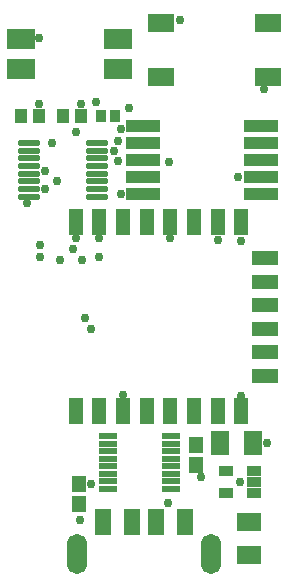
<source format=gts>
G04 Layer_Color=20142*
%FSLAX25Y25*%
%MOIN*%
G70*
G01*
G75*
%ADD34R,0.08674X0.05131*%
%ADD35R,0.05131X0.08674*%
%ADD36R,0.05524X0.08674*%
%ADD37R,0.09068X0.06312*%
%ADD38R,0.05131X0.05721*%
%ADD39R,0.03950X0.04737*%
%ADD40R,0.09304X0.06800*%
%ADD41R,0.05131X0.03359*%
%ADD42R,0.07887X0.05918*%
%ADD43R,0.05918X0.07887*%
%ADD44R,0.03556X0.04147*%
%ADD45R,0.11824X0.04343*%
%ADD46R,0.06300X0.02300*%
%ADD47O,0.07493X0.02178*%
%ADD48O,0.06706X0.13398*%
%ADD49C,0.03000*%
D34*
X431807Y347539D02*
D03*
Y355413D02*
D03*
Y363287D02*
D03*
Y371161D02*
D03*
Y339665D02*
D03*
Y331791D02*
D03*
D35*
X376689Y382972D02*
D03*
X384563D02*
D03*
X392437D02*
D03*
X400311D02*
D03*
X408185D02*
D03*
X416059D02*
D03*
X368815D02*
D03*
X416059Y319980D02*
D03*
X408185D02*
D03*
X400311D02*
D03*
X392437D02*
D03*
X384563D02*
D03*
X376689D02*
D03*
X368815D02*
D03*
X423933D02*
D03*
Y382972D02*
D03*
D36*
X395437Y283236D02*
D03*
X387563D02*
D03*
X377720D02*
D03*
X405279D02*
D03*
D37*
X432913Y449335D02*
D03*
X397087D02*
D03*
Y431618D02*
D03*
X432913D02*
D03*
D38*
X370000Y289130D02*
D03*
Y295823D02*
D03*
X409000Y308823D02*
D03*
Y302130D02*
D03*
D39*
X364547Y418476D02*
D03*
X370453D02*
D03*
X350547D02*
D03*
X356453D02*
D03*
D40*
X383000Y433976D02*
D03*
Y443976D02*
D03*
X350480Y433976D02*
D03*
Y443976D02*
D03*
D41*
X418776Y292736D02*
D03*
Y300217D02*
D03*
X428224D02*
D03*
Y296476D02*
D03*
Y292736D02*
D03*
D42*
X426500Y282988D02*
D03*
Y271965D02*
D03*
D43*
X416988Y309476D02*
D03*
X428012D02*
D03*
D44*
X381764Y418476D02*
D03*
X377236D02*
D03*
D45*
X391130Y392476D02*
D03*
Y398146D02*
D03*
Y403815D02*
D03*
Y409484D02*
D03*
Y415154D02*
D03*
X430500D02*
D03*
Y409484D02*
D03*
Y403815D02*
D03*
Y398146D02*
D03*
Y392476D02*
D03*
D46*
X400500Y311726D02*
D03*
Y309226D02*
D03*
Y306726D02*
D03*
Y304226D02*
D03*
Y301676D02*
D03*
Y299176D02*
D03*
Y296676D02*
D03*
Y294176D02*
D03*
X379500D02*
D03*
Y296676D02*
D03*
Y299176D02*
D03*
Y301676D02*
D03*
Y304226D02*
D03*
Y306726D02*
D03*
Y309226D02*
D03*
Y311726D02*
D03*
D47*
X353279Y409433D02*
D03*
Y406874D02*
D03*
Y404315D02*
D03*
Y401756D02*
D03*
Y399197D02*
D03*
Y396638D02*
D03*
Y394079D02*
D03*
Y391520D02*
D03*
X375721Y409433D02*
D03*
Y406874D02*
D03*
Y404315D02*
D03*
Y401756D02*
D03*
Y399197D02*
D03*
Y396638D02*
D03*
Y394079D02*
D03*
Y391520D02*
D03*
D48*
X369059Y272500D02*
D03*
X413941D02*
D03*
D49*
X374000Y347476D02*
D03*
X372000Y350976D02*
D03*
X368000Y373976D02*
D03*
X357000Y375476D02*
D03*
X371000Y370476D02*
D03*
X376500Y371476D02*
D03*
X357000D02*
D03*
X368815Y377661D02*
D03*
X376689Y377787D02*
D03*
X363500Y370476D02*
D03*
X362500Y396638D02*
D03*
X358500Y399976D02*
D03*
X386500Y420976D02*
D03*
X375500Y422976D02*
D03*
X369000Y412976D02*
D03*
X383000Y409976D02*
D03*
X381602Y406874D02*
D03*
X383000Y403476D02*
D03*
X400000Y402976D02*
D03*
X422831Y398146D02*
D03*
X360957Y409433D02*
D03*
X358398Y394079D02*
D03*
X384000Y413976D02*
D03*
Y392476D02*
D03*
X423933Y325043D02*
D03*
X384563Y325413D02*
D03*
X370453Y422429D02*
D03*
X356453D02*
D03*
X356500Y444476D02*
D03*
X403500Y450335D02*
D03*
X352476Y389500D02*
D03*
X423933Y376909D02*
D03*
X416059Y377035D02*
D03*
X431413Y427563D02*
D03*
X400311Y377665D02*
D03*
X423500Y296476D02*
D03*
X432500Y309476D02*
D03*
X370130Y283846D02*
D03*
X399500Y289476D02*
D03*
X373847Y295823D02*
D03*
X410500Y297976D02*
D03*
M02*

</source>
